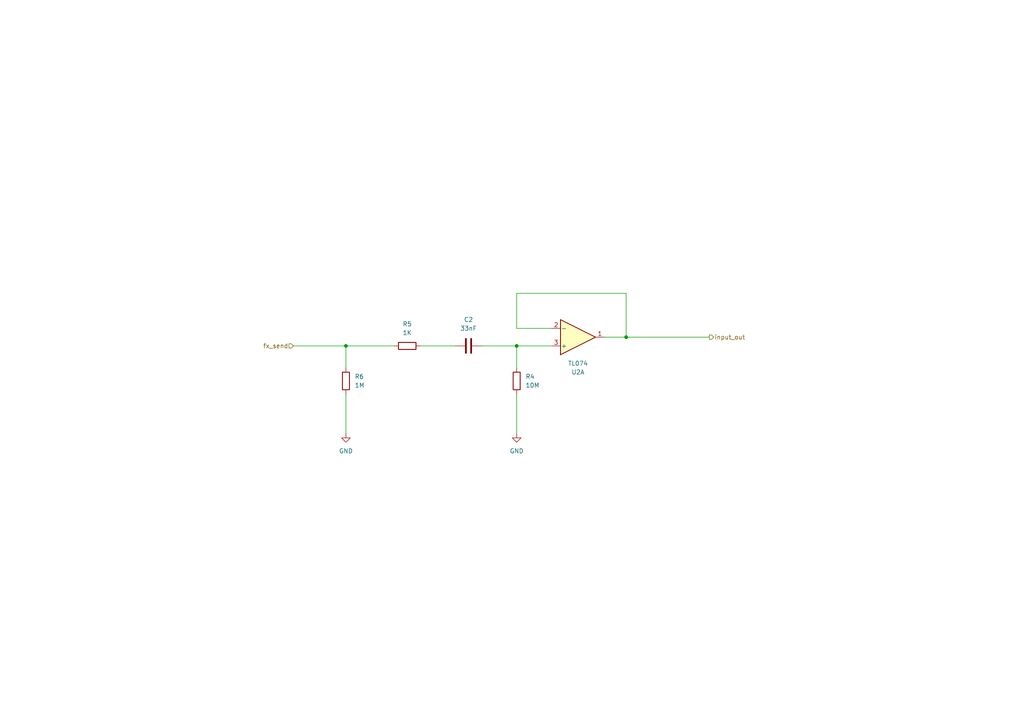
<source format=kicad_sch>
(kicad_sch (version 20230121) (generator eeschema)
  (paper "A4")
  (lib_symbols
    (symbol "Amplifier_Operational:TL074" (pin_names (offset 0.127))
      (property "Reference" "U" (at 0 5.08 0))
      (property "Value" "TL074" (at 0 -5.08 0))
      (symbol "TL074_1_1"
        (polyline (pts (xy -5.08 5.08) (xy 5.08 0) (xy -5.08 -5.08) (xy -5.08 5.08)) (stroke (width 0.254)) (fill (type background)))
        (pin output line (at 7.62 0 180) (length 2.54) (name "~") (number "1"))
        (pin input line (at -7.62 -2.54 0) (length 2.54) (name "-") (number "2"))
        (pin input line (at -7.62 2.54 0) (length 2.54) (name "+") (number "3"))
      )
      (symbol "TL074_2_1"
        (polyline (pts (xy -5.08 5.08) (xy 5.08 0) (xy -5.08 -5.08) (xy -5.08 5.08)) (stroke (width 0.254)) (fill (type background)))
        (pin input line (at -7.62 2.54 0) (length 2.54) (name "+") (number "5"))
        (pin input line (at -7.62 -2.54 0) (length 2.54) (name "-") (number "6"))
        (pin output line (at 7.62 0 180) (length 2.54) (name "~") (number "7"))
      )
      (symbol "TL074_3_1"
        (polyline (pts (xy -5.08 5.08) (xy 5.08 0) (xy -5.08 -5.08) (xy -5.08 5.08)) (stroke (width 0.254)) (fill (type background)))
        (pin input line (at -7.62 2.54 0) (length 2.54) (name "+") (number "10"))
        (pin output line (at 7.62 0 180) (length 2.54) (name "~") (number "8"))
        (pin input line (at -7.62 -2.54 0) (length 2.54) (name "-") (number "9"))
      )
      (symbol "TL074_4_1"
        (polyline (pts (xy -5.08 5.08) (xy 5.08 0) (xy -5.08 -5.08) (xy -5.08 5.08)) (stroke (width 0.254)) (fill (type background)))
        (pin input line (at -7.62 2.54 0) (length 2.54) (name "+") (number "12"))
        (pin input line (at -7.62 -2.54 0) (length 2.54) (name "-") (number "13"))
        (pin output line (at 7.62 0 180) (length 2.54) (name "~") (number "14"))
      )
      (symbol "TL074_5_1"
        (pin power_in line (at -2.54 -7.62 90) (length 3.81) (name "V-") (number "11"))
        (pin power_in line (at -2.54 7.62 270) (length 3.81) (name "V+") (number "4"))
      )
    )
    (symbol "Device:C" (pin_numbers hide) (pin_names (offset 0.254))
      (property "Reference" "C" (at 0.635 2.54 0))
      (property "Value" "C" (at 0.635 -2.54 0))
      (symbol "C_0_1"
        (polyline (pts (xy -2.032 -0.762) (xy 2.032 -0.762)) (stroke (width 0.508)))
        (polyline (pts (xy -2.032 0.762) (xy 2.032 0.762)) (stroke (width 0.508)))
      )
      (symbol "C_1_1"
        (pin passive line (at 0 3.81 270) (length 2.794) (name "~") (number "1"))
        (pin passive line (at 0 -3.81 90) (length 2.794) (name "~") (number "2"))
      )
    )
    (symbol "Device:R" (pin_numbers hide) (pin_names (offset 0))
      (property "Reference" "R" (at 2.032 0 90))
      (property "Value" "R" (at 0 0 90))
      (symbol "R_0_1"
        (rectangle (start -1.016 -2.54) (end 1.016 2.54) (stroke (width 0.254)))
      )
      (symbol "R_1_1"
        (pin passive line (at 0 3.81 270) (length 1.27) (name "~") (number "1"))
        (pin passive line (at 0 -3.81 90) (length 1.27) (name "~") (number "2"))
      )
    )
    (symbol "power:GND" (power) (pin_names (offset 0))
      (property "Value" "GND" (at 0 -3.81 0))
      (symbol "GND_0_1"
        (polyline (pts (xy 0 0) (xy 0 -1.27) (xy 1.27 -1.27) (xy 0 -2.54) (xy -1.27 -1.27) (xy 0 -1.27)))
      )
      (symbol "GND_1_1"
        (pin power_in line (at 0 0 270) (length 0) hide (name "GND") (number "1"))
      )
    )
  )
  (junction (at 100.33 100.33))
  (junction (at 181.61 97.79))
  (junction (at 149.86 100.33))
  (wire (pts (xy 160.02 95.25) (xy 149.86 95.25)))
  (wire (pts (xy 100.33 100.33) (xy 114.3 100.33)))
  (wire (pts (xy 139.7 100.33) (xy 149.86 100.33)))
  (wire (pts (xy 181.61 97.79) (xy 175.26 97.79)))
  (wire (pts (xy 149.86 95.25) (xy 149.86 85.09)))
  (wire (pts (xy 149.86 106.68) (xy 149.86 100.33)))
  (wire (pts (xy 100.33 106.68) (xy 100.33 100.33)))
  (wire (pts (xy 149.86 114.3) (xy 149.86 125.73)))
  (wire (pts (xy 149.86 100.33) (xy 160.02 100.33)))
  (wire (pts (xy 121.92 100.33) (xy 132.08 100.33)))
  (wire (pts (xy 100.33 114.3) (xy 100.33 125.73)))
  (wire (pts (xy 85.09 100.33) (xy 100.33 100.33)))
  (wire (pts (xy 149.86 85.09) (xy 181.61 85.09)))
  (wire (pts (xy 181.61 85.09) (xy 181.61 97.79)))
  (wire (pts (xy 181.61 97.79) (xy 205.74 97.79)))
  (hierarchical_label "input_out" (shape output) (at 205.74 97.79 0))
  (hierarchical_label "fx_send" (shape input) (at 85.09 100.33 180))
  (symbol (lib_id "Device:R") (at 100.33 110.49 0) (unit 1)
    (property "Reference" "R6" (at 102.87 109.22 0) (effects (justify left)))
    (property "Value" "1M" (at 102.87 111.76 0) (effects (justify left)))
    (property "Footprint" "Resistor_SMD:R_0805_2012Metric_Pad1.20x1.40mm_HandSolder" (effects hide))
    (property "LCSC" "C26115" (effects hide))
  )
  (symbol (lib_id "power:GND") (at 100.33 125.73 0) (unit 1)
    (property "Reference" "#PWR03" (effects hide))
    (property "Value" "GND" (at 100.33 130.81 0))
  )
  (symbol (lib_id "Device:R") (at 118.11 100.33 90) (unit 1)
    (property "Reference" "R5" (at 118.11 93.98 90))
    (property "Value" "1K" (at 118.11 96.52 90))
    (property "Footprint" "Resistor_SMD:R_0805_2012Metric_Pad1.20x1.40mm_HandSolder" (effects hide))
    (property "LCSC" "C2907295" (effects hide))
  )
  (symbol (lib_id "Amplifier_Operational:TL074") (at 167.64 97.79 0) (mirror x) (unit 1)
    (property "Reference" "U2" (at 167.64 107.95 0))
    (property "Value" "TL074" (at 167.64 105.41 0))
    (property "Footprint" "Package_SO:SOIC-8_3.9x4.9mm_P1.27mm" (effects hide))
    (property "Datasheet" "http://www.ti.com/lit/ds/symlink/tl071.pdf" (effects hide))
    (property "LCSC" "C12594" (effects hide))
  )
  (symbol (lib_id "Device:R") (at 149.86 110.49 0) (unit 1)
    (property "Reference" "R4" (at 152.4 109.22 0) (effects (justify left)))
    (property "Value" "10M" (at 152.4 111.76 0) (effects (justify left)))
    (property "Footprint" "Resistor_SMD:R_0805_2012Metric_Pad1.20x1.40mm_HandSolder" (effects hide))
    (property "LCSC" "C2930232" (effects hide))
  )
  (symbol (lib_id "power:GND") (at 149.86 125.73 0) (unit 1)
    (property "Reference" "#PWR02" (effects hide))
    (property "Value" "GND" (at 149.86 130.81 0))
  )
  (symbol (lib_id "Device:C") (at 135.89 100.33 90) (unit 1)
    (property "Reference" "C2" (at 135.89 92.71 90))
    (property "Value" "33nF" (at 135.89 95.25 90))
    (property "Footprint" "Capacitor_SMD:C_0805_2012Metric_Pad1.18x1.45mm_HandSolder" (effects hide))
    (property "Datasheet" "https://datasheet.lcsc.com/lcsc/2304140030_YAGEO-CC0603KRX7R9BB333_C106856.pdf" (effects hide))
    (property "LCSC" "C376977" (effects hide))
  )
)
</source>
